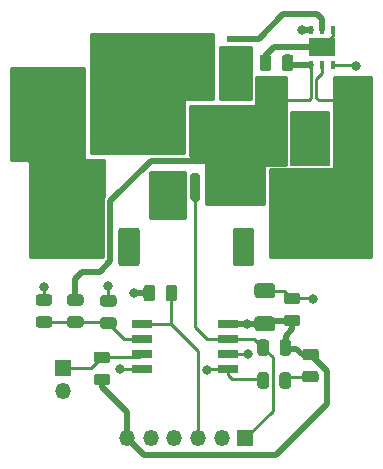
<source format=gbr>
%TF.GenerationSoftware,KiCad,Pcbnew,5.1.6+dfsg1-1*%
%TF.CreationDate,2021-02-01T07:44:42+01:00*%
%TF.ProjectId,buck_3a_v4,6275636b-5f33-4615-9f76-342e6b696361,rev?*%
%TF.SameCoordinates,Original*%
%TF.FileFunction,Copper,L1,Top*%
%TF.FilePolarity,Positive*%
%FSLAX46Y46*%
G04 Gerber Fmt 4.6, Leading zero omitted, Abs format (unit mm)*
G04 Created by KiCad (PCBNEW 5.1.6+dfsg1-1) date 2021-02-01 07:44:42*
%MOMM*%
%LPD*%
G01*
G04 APERTURE LIST*
%TA.AperFunction,SMDPad,CuDef*%
%ADD10R,0.420000X0.760000*%
%TD*%
%TA.AperFunction,SMDPad,CuDef*%
%ADD11R,2.300000X1.500000*%
%TD*%
%TA.AperFunction,SMDPad,CuDef*%
%ADD12R,1.400000X1.390000*%
%TD*%
%TA.AperFunction,SMDPad,CuDef*%
%ADD13R,4.860000X3.360000*%
%TD*%
%TA.AperFunction,SMDPad,CuDef*%
%ADD14R,2.700000X3.600000*%
%TD*%
%TA.AperFunction,ComponentPad*%
%ADD15C,4.000000*%
%TD*%
%TA.AperFunction,ComponentPad*%
%ADD16O,1.350000X1.350000*%
%TD*%
%TA.AperFunction,ComponentPad*%
%ADD17R,1.350000X1.350000*%
%TD*%
%TA.AperFunction,SMDPad,CuDef*%
%ADD18R,1.700000X0.650000*%
%TD*%
%TA.AperFunction,Conductor*%
%ADD19R,4.550000X4.410000*%
%TD*%
%TA.AperFunction,SMDPad,CuDef*%
%ADD20R,0.850000X0.500000*%
%TD*%
%TA.AperFunction,ViaPad*%
%ADD21C,0.800000*%
%TD*%
%TA.AperFunction,Conductor*%
%ADD22C,0.250000*%
%TD*%
%TA.AperFunction,Conductor*%
%ADD23C,0.500000*%
%TD*%
%TA.AperFunction,Conductor*%
%ADD24C,0.254000*%
%TD*%
%TA.AperFunction,Conductor*%
%ADD25C,0.200000*%
%TD*%
G04 APERTURE END LIST*
%TO.P,C4,2*%
%TO.N,GND*%
%TA.AperFunction,SMDPad,CuDef*%
G36*
G01*
X57271000Y-56625000D02*
X56021000Y-56625000D01*
G75*
G02*
X55771000Y-56375000I0J250000D01*
G01*
X55771000Y-55625000D01*
G75*
G02*
X56021000Y-55375000I250000J0D01*
G01*
X57271000Y-55375000D01*
G75*
G02*
X57521000Y-55625000I0J-250000D01*
G01*
X57521000Y-56375000D01*
G75*
G02*
X57271000Y-56625000I-250000J0D01*
G01*
G37*
%TD.AperFunction*%
%TO.P,C4,1*%
%TO.N,+5V*%
%TA.AperFunction,SMDPad,CuDef*%
G36*
G01*
X57271000Y-59425000D02*
X56021000Y-59425000D01*
G75*
G02*
X55771000Y-59175000I0J250000D01*
G01*
X55771000Y-58425000D01*
G75*
G02*
X56021000Y-58175000I250000J0D01*
G01*
X57271000Y-58175000D01*
G75*
G02*
X57521000Y-58425000I0J-250000D01*
G01*
X57521000Y-59175000D01*
G75*
G02*
X57271000Y-59425000I-250000J0D01*
G01*
G37*
%TD.AperFunction*%
%TD*%
D10*
%TO.P,U1,1*%
%TO.N,VCC*%
X60550000Y-36885000D03*
%TO.P,U1,2*%
%TO.N,Net-(C3-Pad1)*%
X61500000Y-36885000D03*
%TO.P,U1,3*%
%TO.N,/PWM*%
X62450000Y-36885000D03*
%TO.P,U1,4*%
%TO.N,GND*%
X62450000Y-33915000D03*
%TO.P,U1,5*%
%TO.N,Net-(Q1-Pad4)*%
X61500000Y-33915000D03*
%TO.P,U1,6*%
%TO.N,+5V*%
X60550000Y-33915000D03*
D11*
%TO.P,U1,7*%
%TO.N,GND*%
X61500000Y-35400000D03*
%TD*%
%TO.P,C3,2*%
%TO.N,GND*%
%TA.AperFunction,SMDPad,CuDef*%
G36*
G01*
X61975000Y-42475000D02*
X61975000Y-44625000D01*
G75*
G02*
X61725000Y-44875000I-250000J0D01*
G01*
X60975000Y-44875000D01*
G75*
G02*
X60725000Y-44625000I0J250000D01*
G01*
X60725000Y-42475000D01*
G75*
G02*
X60975000Y-42225000I250000J0D01*
G01*
X61725000Y-42225000D01*
G75*
G02*
X61975000Y-42475000I0J-250000D01*
G01*
G37*
%TD.AperFunction*%
%TO.P,C3,1*%
%TO.N,Net-(C3-Pad1)*%
%TA.AperFunction,SMDPad,CuDef*%
G36*
G01*
X64775000Y-42475000D02*
X64775000Y-44625000D01*
G75*
G02*
X64525000Y-44875000I-250000J0D01*
G01*
X63775000Y-44875000D01*
G75*
G02*
X63525000Y-44625000I0J250000D01*
G01*
X63525000Y-42475000D01*
G75*
G02*
X63775000Y-42225000I250000J0D01*
G01*
X64525000Y-42225000D01*
G75*
G02*
X64775000Y-42475000I0J-250000D01*
G01*
G37*
%TD.AperFunction*%
%TD*%
%TO.P,C1,2*%
%TO.N,GND*%
%TA.AperFunction,SMDPad,CuDef*%
G36*
G01*
X58925000Y-44625000D02*
X58925000Y-42475000D01*
G75*
G02*
X59175000Y-42225000I250000J0D01*
G01*
X59925000Y-42225000D01*
G75*
G02*
X60175000Y-42475000I0J-250000D01*
G01*
X60175000Y-44625000D01*
G75*
G02*
X59925000Y-44875000I-250000J0D01*
G01*
X59175000Y-44875000D01*
G75*
G02*
X58925000Y-44625000I0J250000D01*
G01*
G37*
%TD.AperFunction*%
%TO.P,C1,1*%
%TO.N,VCC*%
%TA.AperFunction,SMDPad,CuDef*%
G36*
G01*
X56125000Y-44625000D02*
X56125000Y-42475000D01*
G75*
G02*
X56375000Y-42225000I250000J0D01*
G01*
X57125000Y-42225000D01*
G75*
G02*
X57375000Y-42475000I0J-250000D01*
G01*
X57375000Y-44625000D01*
G75*
G02*
X57125000Y-44875000I-250000J0D01*
G01*
X56375000Y-44875000D01*
G75*
G02*
X56125000Y-44625000I0J250000D01*
G01*
G37*
%TD.AperFunction*%
%TD*%
D12*
%TO.P,D1,2*%
%TO.N,Net-(D1-Pad2)*%
X48638000Y-43320000D03*
X48638000Y-41480000D03*
D13*
%TO.P,D1,1*%
%TO.N,VCC*%
X52620000Y-42400000D03*
%TD*%
D14*
%TO.P,L1,2*%
%TO.N,Net-(D1-Pad2)*%
X45000000Y-39500000D03*
%TO.P,L1,1*%
%TO.N,Net-(J2-Pad1)*%
X36700000Y-39500000D03*
%TD*%
%TO.P,C6,2*%
%TO.N,GND*%
%TA.AperFunction,SMDPad,CuDef*%
G36*
G01*
X43856250Y-57350000D02*
X42943750Y-57350000D01*
G75*
G02*
X42700000Y-57106250I0J243750D01*
G01*
X42700000Y-56618750D01*
G75*
G02*
X42943750Y-56375000I243750J0D01*
G01*
X43856250Y-56375000D01*
G75*
G02*
X44100000Y-56618750I0J-243750D01*
G01*
X44100000Y-57106250D01*
G75*
G02*
X43856250Y-57350000I-243750J0D01*
G01*
G37*
%TD.AperFunction*%
%TO.P,C6,1*%
%TO.N,/VMESS*%
%TA.AperFunction,SMDPad,CuDef*%
G36*
G01*
X43856250Y-59225000D02*
X42943750Y-59225000D01*
G75*
G02*
X42700000Y-58981250I0J243750D01*
G01*
X42700000Y-58493750D01*
G75*
G02*
X42943750Y-58250000I243750J0D01*
G01*
X43856250Y-58250000D01*
G75*
G02*
X44100000Y-58493750I0J-243750D01*
G01*
X44100000Y-58981250D01*
G75*
G02*
X43856250Y-59225000I-243750J0D01*
G01*
G37*
%TD.AperFunction*%
%TD*%
D15*
%TO.P,J1,1*%
%TO.N,Net-(C3-Pad1)*%
X60000000Y-50000000D03*
%TD*%
%TO.P,J2,1*%
%TO.N,Net-(J2-Pad1)*%
X40000000Y-50000000D03*
%TD*%
%TO.P,J3,MP*%
%TO.N,N/C*%
%TA.AperFunction,SMDPad,CuDef*%
G36*
G01*
X46050000Y-50900000D02*
X46050000Y-53700000D01*
G75*
G02*
X45800000Y-53950000I-250000J0D01*
G01*
X44500000Y-53950000D01*
G75*
G02*
X44250000Y-53700000I0J250000D01*
G01*
X44250000Y-50900000D01*
G75*
G02*
X44500000Y-50650000I250000J0D01*
G01*
X45800000Y-50650000D01*
G75*
G02*
X46050000Y-50900000I0J-250000D01*
G01*
G37*
%TD.AperFunction*%
%TA.AperFunction,SMDPad,CuDef*%
G36*
G01*
X55750000Y-50900000D02*
X55750000Y-53700000D01*
G75*
G02*
X55500000Y-53950000I-250000J0D01*
G01*
X54200000Y-53950000D01*
G75*
G02*
X53950000Y-53700000I0J250000D01*
G01*
X53950000Y-50900000D01*
G75*
G02*
X54200000Y-50650000I250000J0D01*
G01*
X55500000Y-50650000D01*
G75*
G02*
X55750000Y-50900000I0J-250000D01*
G01*
G37*
%TD.AperFunction*%
%TO.P,J3,4*%
%TO.N,GND*%
%TA.AperFunction,SMDPad,CuDef*%
G36*
G01*
X48150000Y-46250000D02*
X48150000Y-48250000D01*
G75*
G02*
X47950000Y-48450000I-200000J0D01*
G01*
X47550000Y-48450000D01*
G75*
G02*
X47350000Y-48250000I0J200000D01*
G01*
X47350000Y-46250000D01*
G75*
G02*
X47550000Y-46050000I200000J0D01*
G01*
X47950000Y-46050000D01*
G75*
G02*
X48150000Y-46250000I0J-200000D01*
G01*
G37*
%TD.AperFunction*%
%TO.P,J3,3*%
%TA.AperFunction,SMDPad,CuDef*%
G36*
G01*
X49650000Y-46250000D02*
X49650000Y-48250000D01*
G75*
G02*
X49450000Y-48450000I-200000J0D01*
G01*
X49050000Y-48450000D01*
G75*
G02*
X48850000Y-48250000I0J200000D01*
G01*
X48850000Y-46250000D01*
G75*
G02*
X49050000Y-46050000I200000J0D01*
G01*
X49450000Y-46050000D01*
G75*
G02*
X49650000Y-46250000I0J-200000D01*
G01*
G37*
%TD.AperFunction*%
%TO.P,J3,2*%
%TO.N,/MODE*%
%TA.AperFunction,SMDPad,CuDef*%
G36*
G01*
X51150000Y-46250000D02*
X51150000Y-48250000D01*
G75*
G02*
X50950000Y-48450000I-200000J0D01*
G01*
X50550000Y-48450000D01*
G75*
G02*
X50350000Y-48250000I0J200000D01*
G01*
X50350000Y-46250000D01*
G75*
G02*
X50550000Y-46050000I200000J0D01*
G01*
X50950000Y-46050000D01*
G75*
G02*
X51150000Y-46250000I0J-200000D01*
G01*
G37*
%TD.AperFunction*%
%TO.P,J3,1*%
%TO.N,VCC*%
%TA.AperFunction,SMDPad,CuDef*%
G36*
G01*
X52650000Y-46250000D02*
X52650000Y-48250000D01*
G75*
G02*
X52450000Y-48450000I-200000J0D01*
G01*
X52050000Y-48450000D01*
G75*
G02*
X51850000Y-48250000I0J200000D01*
G01*
X51850000Y-46250000D01*
G75*
G02*
X52050000Y-46050000I200000J0D01*
G01*
X52450000Y-46050000D01*
G75*
G02*
X52650000Y-46250000I0J-200000D01*
G01*
G37*
%TD.AperFunction*%
%TD*%
D16*
%TO.P,J5,6*%
%TO.N,+5V*%
X44996000Y-68466000D03*
%TO.P,J5,5*%
%TO.N,GND*%
X46996000Y-68466000D03*
%TO.P,J5,4*%
%TO.N,/LED*%
X48996000Y-68466000D03*
%TO.P,J5,3*%
%TO.N,/RESET*%
X50996000Y-68466000D03*
%TO.P,J5,2*%
%TO.N,/PWM*%
X52996000Y-68466000D03*
D17*
%TO.P,J5,1*%
%TO.N,/MODE*%
X54996000Y-68466000D03*
%TD*%
D16*
%TO.P,J4,2*%
%TO.N,GND*%
X39596000Y-64516000D03*
D17*
%TO.P,J4,1*%
%TO.N,/TMESS*%
X39596000Y-62516000D03*
%TD*%
D18*
%TO.P,U2,8*%
%TO.N,+5V*%
X53546000Y-58811000D03*
%TO.P,U2,7*%
%TO.N,/MODE*%
X53546000Y-60081000D03*
%TO.P,U2,6*%
%TO.N,/PWM*%
X53546000Y-61351000D03*
%TO.P,U2,5*%
%TO.N,/LED*%
X53546000Y-62621000D03*
%TO.P,U2,4*%
%TO.N,GND*%
X46246000Y-62621000D03*
%TO.P,U2,3*%
%TO.N,/TMESS*%
X46246000Y-61351000D03*
%TO.P,U2,2*%
%TO.N,/VMESS*%
X46246000Y-60081000D03*
%TO.P,U2,1*%
%TO.N,/RESET*%
X46246000Y-58811000D03*
%TD*%
%TO.P,R7,2*%
%TO.N,/RESET*%
%TA.AperFunction,SMDPad,CuDef*%
G36*
G01*
X48250000Y-56656250D02*
X48250000Y-55743750D01*
G75*
G02*
X48493750Y-55500000I243750J0D01*
G01*
X48981250Y-55500000D01*
G75*
G02*
X49225000Y-55743750I0J-243750D01*
G01*
X49225000Y-56656250D01*
G75*
G02*
X48981250Y-56900000I-243750J0D01*
G01*
X48493750Y-56900000D01*
G75*
G02*
X48250000Y-56656250I0J243750D01*
G01*
G37*
%TD.AperFunction*%
%TO.P,R7,1*%
%TO.N,+5V*%
%TA.AperFunction,SMDPad,CuDef*%
G36*
G01*
X46375000Y-56656250D02*
X46375000Y-55743750D01*
G75*
G02*
X46618750Y-55500000I243750J0D01*
G01*
X47106250Y-55500000D01*
G75*
G02*
X47350000Y-55743750I0J-243750D01*
G01*
X47350000Y-56656250D01*
G75*
G02*
X47106250Y-56900000I-243750J0D01*
G01*
X46618750Y-56900000D01*
G75*
G02*
X46375000Y-56656250I0J243750D01*
G01*
G37*
%TD.AperFunction*%
%TD*%
%TO.P,R6,2*%
%TO.N,/TMESS*%
%TA.AperFunction,SMDPad,CuDef*%
G36*
G01*
X43302250Y-62128500D02*
X42389750Y-62128500D01*
G75*
G02*
X42146000Y-61884750I0J243750D01*
G01*
X42146000Y-61397250D01*
G75*
G02*
X42389750Y-61153500I243750J0D01*
G01*
X43302250Y-61153500D01*
G75*
G02*
X43546000Y-61397250I0J-243750D01*
G01*
X43546000Y-61884750D01*
G75*
G02*
X43302250Y-62128500I-243750J0D01*
G01*
G37*
%TD.AperFunction*%
%TO.P,R6,1*%
%TO.N,+5V*%
%TA.AperFunction,SMDPad,CuDef*%
G36*
G01*
X43302250Y-64003500D02*
X42389750Y-64003500D01*
G75*
G02*
X42146000Y-63759750I0J243750D01*
G01*
X42146000Y-63272250D01*
G75*
G02*
X42389750Y-63028500I243750J0D01*
G01*
X43302250Y-63028500D01*
G75*
G02*
X43546000Y-63272250I0J-243750D01*
G01*
X43546000Y-63759750D01*
G75*
G02*
X43302250Y-64003500I-243750J0D01*
G01*
G37*
%TD.AperFunction*%
%TD*%
%TO.P,R5,2*%
%TO.N,+5V*%
%TA.AperFunction,SMDPad,CuDef*%
G36*
G01*
X60956250Y-61887500D02*
X60043750Y-61887500D01*
G75*
G02*
X59800000Y-61643750I0J243750D01*
G01*
X59800000Y-61156250D01*
G75*
G02*
X60043750Y-60912500I243750J0D01*
G01*
X60956250Y-60912500D01*
G75*
G02*
X61200000Y-61156250I0J-243750D01*
G01*
X61200000Y-61643750D01*
G75*
G02*
X60956250Y-61887500I-243750J0D01*
G01*
G37*
%TD.AperFunction*%
%TO.P,R5,1*%
%TO.N,Net-(D2-Pad2)*%
%TA.AperFunction,SMDPad,CuDef*%
G36*
G01*
X60956250Y-63762500D02*
X60043750Y-63762500D01*
G75*
G02*
X59800000Y-63518750I0J243750D01*
G01*
X59800000Y-63031250D01*
G75*
G02*
X60043750Y-62787500I243750J0D01*
G01*
X60956250Y-62787500D01*
G75*
G02*
X61200000Y-63031250I0J-243750D01*
G01*
X61200000Y-63518750D01*
G75*
G02*
X60956250Y-63762500I-243750J0D01*
G01*
G37*
%TD.AperFunction*%
%TD*%
%TO.P,R4,2*%
%TO.N,GND*%
%TA.AperFunction,SMDPad,CuDef*%
G36*
G01*
X38402250Y-57266000D02*
X37489750Y-57266000D01*
G75*
G02*
X37246000Y-57022250I0J243750D01*
G01*
X37246000Y-56534750D01*
G75*
G02*
X37489750Y-56291000I243750J0D01*
G01*
X38402250Y-56291000D01*
G75*
G02*
X38646000Y-56534750I0J-243750D01*
G01*
X38646000Y-57022250D01*
G75*
G02*
X38402250Y-57266000I-243750J0D01*
G01*
G37*
%TD.AperFunction*%
%TO.P,R4,1*%
%TO.N,/VMESS*%
%TA.AperFunction,SMDPad,CuDef*%
G36*
G01*
X38402250Y-59141000D02*
X37489750Y-59141000D01*
G75*
G02*
X37246000Y-58897250I0J243750D01*
G01*
X37246000Y-58409750D01*
G75*
G02*
X37489750Y-58166000I243750J0D01*
G01*
X38402250Y-58166000D01*
G75*
G02*
X38646000Y-58409750I0J-243750D01*
G01*
X38646000Y-58897250D01*
G75*
G02*
X38402250Y-59141000I-243750J0D01*
G01*
G37*
%TD.AperFunction*%
%TD*%
%TO.P,R3,2*%
%TO.N,/VMESS*%
%TA.AperFunction,SMDPad,CuDef*%
G36*
G01*
X40139750Y-58166000D02*
X41052250Y-58166000D01*
G75*
G02*
X41296000Y-58409750I0J-243750D01*
G01*
X41296000Y-58897250D01*
G75*
G02*
X41052250Y-59141000I-243750J0D01*
G01*
X40139750Y-59141000D01*
G75*
G02*
X39896000Y-58897250I0J243750D01*
G01*
X39896000Y-58409750D01*
G75*
G02*
X40139750Y-58166000I243750J0D01*
G01*
G37*
%TD.AperFunction*%
%TO.P,R3,1*%
%TO.N,VCC*%
%TA.AperFunction,SMDPad,CuDef*%
G36*
G01*
X40139750Y-56291000D02*
X41052250Y-56291000D01*
G75*
G02*
X41296000Y-56534750I0J-243750D01*
G01*
X41296000Y-57022250D01*
G75*
G02*
X41052250Y-57266000I-243750J0D01*
G01*
X40139750Y-57266000D01*
G75*
G02*
X39896000Y-57022250I0J243750D01*
G01*
X39896000Y-56534750D01*
G75*
G02*
X40139750Y-56291000I243750J0D01*
G01*
G37*
%TD.AperFunction*%
%TD*%
%TO.P,R2,2*%
%TO.N,/MODE*%
%TA.AperFunction,SMDPad,CuDef*%
G36*
G01*
X56996000Y-60359750D02*
X56996000Y-61272250D01*
G75*
G02*
X56752250Y-61516000I-243750J0D01*
G01*
X56264750Y-61516000D01*
G75*
G02*
X56021000Y-61272250I0J243750D01*
G01*
X56021000Y-60359750D01*
G75*
G02*
X56264750Y-60116000I243750J0D01*
G01*
X56752250Y-60116000D01*
G75*
G02*
X56996000Y-60359750I0J-243750D01*
G01*
G37*
%TD.AperFunction*%
%TO.P,R2,1*%
%TO.N,+5V*%
%TA.AperFunction,SMDPad,CuDef*%
G36*
G01*
X58871000Y-60359750D02*
X58871000Y-61272250D01*
G75*
G02*
X58627250Y-61516000I-243750J0D01*
G01*
X58139750Y-61516000D01*
G75*
G02*
X57896000Y-61272250I0J243750D01*
G01*
X57896000Y-60359750D01*
G75*
G02*
X58139750Y-60116000I243750J0D01*
G01*
X58627250Y-60116000D01*
G75*
G02*
X58871000Y-60359750I0J-243750D01*
G01*
G37*
%TD.AperFunction*%
%TD*%
%TO.P,R1,2*%
%TO.N,VCC*%
%TA.AperFunction,SMDPad,CuDef*%
G36*
G01*
X58175000Y-38424999D02*
X58175000Y-41275001D01*
G75*
G02*
X57925001Y-41525000I-249999J0D01*
G01*
X57074999Y-41525000D01*
G75*
G02*
X56825000Y-41275001I0J249999D01*
G01*
X56825000Y-38424999D01*
G75*
G02*
X57074999Y-38175000I249999J0D01*
G01*
X57925001Y-38175000D01*
G75*
G02*
X58175000Y-38424999I0J-249999D01*
G01*
G37*
%TD.AperFunction*%
%TO.P,R1,1*%
%TO.N,Net-(C3-Pad1)*%
%TA.AperFunction,SMDPad,CuDef*%
G36*
G01*
X63975000Y-38424999D02*
X63975000Y-41275001D01*
G75*
G02*
X63725001Y-41525000I-249999J0D01*
G01*
X62874999Y-41525000D01*
G75*
G02*
X62625000Y-41275001I0J249999D01*
G01*
X62625000Y-38424999D01*
G75*
G02*
X62874999Y-38175000I249999J0D01*
G01*
X63725001Y-38175000D01*
G75*
G02*
X63975000Y-38424999I0J-249999D01*
G01*
G37*
%TD.AperFunction*%
%TD*%
D19*
%TO.N,Net-(D1-Pad2)*%
%TO.C,Q1*%
X49950000Y-36576000D03*
D20*
%TD*%
%TO.P,Q1,4*%
%TO.N,Net-(Q1-Pad4)*%
X53900000Y-34671000D03*
%TO.P,Q1,3*%
%TO.N,GND*%
X53900000Y-35941000D03*
%TO.P,Q1,2*%
X53900000Y-37211000D03*
%TO.P,Q1,1*%
X53900000Y-38481000D03*
%TD*%
%TO.P,D2,2*%
%TO.N,Net-(D2-Pad2)*%
%TA.AperFunction,SMDPad,CuDef*%
G36*
G01*
X57887500Y-64056250D02*
X57887500Y-63143750D01*
G75*
G02*
X58131250Y-62900000I243750J0D01*
G01*
X58618750Y-62900000D01*
G75*
G02*
X58862500Y-63143750I0J-243750D01*
G01*
X58862500Y-64056250D01*
G75*
G02*
X58618750Y-64300000I-243750J0D01*
G01*
X58131250Y-64300000D01*
G75*
G02*
X57887500Y-64056250I0J243750D01*
G01*
G37*
%TD.AperFunction*%
%TO.P,D2,1*%
%TO.N,/LED*%
%TA.AperFunction,SMDPad,CuDef*%
G36*
G01*
X56012500Y-64056250D02*
X56012500Y-63143750D01*
G75*
G02*
X56256250Y-62900000I243750J0D01*
G01*
X56743750Y-62900000D01*
G75*
G02*
X56987500Y-63143750I0J-243750D01*
G01*
X56987500Y-64056250D01*
G75*
G02*
X56743750Y-64300000I-243750J0D01*
G01*
X56256250Y-64300000D01*
G75*
G02*
X56012500Y-64056250I0J243750D01*
G01*
G37*
%TD.AperFunction*%
%TD*%
%TO.P,C5,2*%
%TO.N,GND*%
%TA.AperFunction,SMDPad,CuDef*%
G36*
G01*
X59402250Y-57128500D02*
X58489750Y-57128500D01*
G75*
G02*
X58246000Y-56884750I0J243750D01*
G01*
X58246000Y-56397250D01*
G75*
G02*
X58489750Y-56153500I243750J0D01*
G01*
X59402250Y-56153500D01*
G75*
G02*
X59646000Y-56397250I0J-243750D01*
G01*
X59646000Y-56884750D01*
G75*
G02*
X59402250Y-57128500I-243750J0D01*
G01*
G37*
%TD.AperFunction*%
%TO.P,C5,1*%
%TO.N,+5V*%
%TA.AperFunction,SMDPad,CuDef*%
G36*
G01*
X59402250Y-59003500D02*
X58489750Y-59003500D01*
G75*
G02*
X58246000Y-58759750I0J243750D01*
G01*
X58246000Y-58272250D01*
G75*
G02*
X58489750Y-58028500I243750J0D01*
G01*
X59402250Y-58028500D01*
G75*
G02*
X59646000Y-58272250I0J-243750D01*
G01*
X59646000Y-58759750D01*
G75*
G02*
X59402250Y-59003500I-243750J0D01*
G01*
G37*
%TD.AperFunction*%
%TD*%
%TO.P,C2,2*%
%TO.N,GND*%
%TA.AperFunction,SMDPad,CuDef*%
G36*
G01*
X57187500Y-36243750D02*
X57187500Y-37156250D01*
G75*
G02*
X56943750Y-37400000I-243750J0D01*
G01*
X56456250Y-37400000D01*
G75*
G02*
X56212500Y-37156250I0J243750D01*
G01*
X56212500Y-36243750D01*
G75*
G02*
X56456250Y-36000000I243750J0D01*
G01*
X56943750Y-36000000D01*
G75*
G02*
X57187500Y-36243750I0J-243750D01*
G01*
G37*
%TD.AperFunction*%
%TO.P,C2,1*%
%TO.N,VCC*%
%TA.AperFunction,SMDPad,CuDef*%
G36*
G01*
X59062500Y-36243750D02*
X59062500Y-37156250D01*
G75*
G02*
X58818750Y-37400000I-243750J0D01*
G01*
X58331250Y-37400000D01*
G75*
G02*
X58087500Y-37156250I0J243750D01*
G01*
X58087500Y-36243750D01*
G75*
G02*
X58331250Y-36000000I243750J0D01*
G01*
X58818750Y-36000000D01*
G75*
G02*
X59062500Y-36243750I0J-243750D01*
G01*
G37*
%TD.AperFunction*%
%TD*%
D21*
%TO.N,GND*%
X62200000Y-35400000D03*
X55100000Y-35900000D03*
X55100000Y-37000000D03*
X55100000Y-38000000D03*
X55100000Y-39000000D03*
X54200000Y-39400000D03*
X53200000Y-39400000D03*
X44421000Y-62621000D03*
X60700000Y-56700000D03*
X49400000Y-49200000D03*
X48400000Y-49200000D03*
X47400000Y-49200000D03*
X37946002Y-55653998D03*
X43400000Y-55600000D03*
X60900000Y-35400000D03*
X59250000Y-41350000D03*
X60450000Y-41350000D03*
X61550000Y-41350000D03*
%TO.N,+5V*%
X59762653Y-33962653D03*
X55100000Y-58800000D03*
X45600002Y-56200000D03*
%TO.N,/LED*%
X51721000Y-62700000D03*
%TO.N,/PWM*%
X55200000Y-61400000D03*
X64350010Y-36985453D03*
%TD*%
D22*
%TO.N,GND*%
X56400000Y-37000000D02*
X56700000Y-36700000D01*
X62450000Y-34450000D02*
X61500000Y-35400000D01*
X62450000Y-33915000D02*
X62450000Y-34450000D01*
X56700000Y-36700000D02*
X56700000Y-36100000D01*
X46246000Y-62621000D02*
X44421000Y-62621000D01*
X60641000Y-56641000D02*
X60700000Y-56700000D01*
X58946000Y-56641000D02*
X60641000Y-56641000D01*
X55238000Y-38862000D02*
X55100000Y-39000000D01*
X37946000Y-56778500D02*
X37946000Y-55654000D01*
X37946000Y-55654000D02*
X37946002Y-55653998D01*
X43400000Y-56862500D02*
X43400000Y-55600000D01*
D23*
X56700000Y-36100000D02*
X57400000Y-35400000D01*
X57400000Y-35400000D02*
X60900000Y-35400000D01*
D22*
X58305000Y-56000000D02*
X58946000Y-56641000D01*
X57324500Y-56000000D02*
X58305000Y-56000000D01*
%TO.N,VCC*%
X58600000Y-36725000D02*
X58575000Y-36700000D01*
X60500000Y-36935000D02*
X60550000Y-36885000D01*
D23*
X60535000Y-36900000D02*
X60550000Y-36885000D01*
X58775000Y-36900000D02*
X60535000Y-36900000D01*
X58575000Y-36700000D02*
X58775000Y-36900000D01*
X58800000Y-36925000D02*
X58600000Y-36725000D01*
X53316000Y-43784000D02*
X53316000Y-42164000D01*
D22*
X52100000Y-47100000D02*
X52250000Y-47250000D01*
D23*
X52100000Y-45000000D02*
X52100000Y-47100000D01*
X47000000Y-45000000D02*
X52100000Y-45000000D01*
X43574500Y-48425500D02*
X47000000Y-45000000D01*
X43574500Y-53525500D02*
X43574500Y-48425500D01*
X41200000Y-54400000D02*
X42700000Y-54400000D01*
X40596000Y-55004000D02*
X41200000Y-54400000D01*
X42700000Y-54400000D02*
X43574500Y-53525500D01*
X40596000Y-56778500D02*
X40596000Y-55004000D01*
D22*
X60350000Y-39850000D02*
X60550000Y-39650000D01*
X60550000Y-39650000D02*
X60550000Y-36885000D01*
X57500000Y-39850000D02*
X60350000Y-39850000D01*
%TO.N,Net-(C3-Pad1)*%
X61500000Y-37550000D02*
X61500000Y-36885000D01*
X61000010Y-38049990D02*
X61500000Y-37550000D01*
X61000010Y-39650010D02*
X61000010Y-38049990D01*
X61200000Y-39850000D02*
X61000010Y-39650010D01*
X63300000Y-39850000D02*
X61200000Y-39850000D01*
%TO.N,+5V*%
X59810306Y-33915000D02*
X59762653Y-33962653D01*
D23*
X60550000Y-33915000D02*
X59810306Y-33915000D01*
D22*
X53557000Y-58800000D02*
X53546000Y-58811000D01*
D23*
X55100000Y-58800000D02*
X53557000Y-58800000D01*
D22*
X56399500Y-58800000D02*
X56646000Y-58553500D01*
D23*
X55100000Y-58800000D02*
X56399500Y-58800000D01*
D22*
X58908500Y-58553500D02*
X58946000Y-58516000D01*
D23*
X59800000Y-61400000D02*
X59300000Y-60900000D01*
D22*
X60500000Y-61400000D02*
X59800000Y-61400000D01*
X58467500Y-60900000D02*
X58383500Y-60816000D01*
D23*
X59300000Y-60900000D02*
X58467500Y-60900000D01*
D22*
X58400000Y-60799500D02*
X58383500Y-60816000D01*
D23*
X58400000Y-59800000D02*
X58400000Y-60799500D01*
X58946000Y-59254000D02*
X58400000Y-59800000D01*
X58946000Y-58516000D02*
X58946000Y-59254000D01*
X42846000Y-63516000D02*
X42846000Y-64146000D01*
X44996000Y-66296000D02*
X44996000Y-68466000D01*
X42846000Y-64146000D02*
X44996000Y-66296000D01*
X46862500Y-56200000D02*
X45600002Y-56200000D01*
X46430000Y-69900000D02*
X44996000Y-68466000D01*
X57561106Y-69900000D02*
X46430000Y-69900000D01*
X61900000Y-65561106D02*
X57561106Y-69900000D01*
X61900000Y-62800000D02*
X61900000Y-65561106D01*
X60500000Y-61400000D02*
X61900000Y-62800000D01*
X56646000Y-58553500D02*
X58908500Y-58553500D01*
D22*
%TO.N,Net-(D2-Pad2)*%
X60475000Y-63300000D02*
X60500000Y-63275000D01*
X58675000Y-63300000D02*
X60475000Y-63300000D01*
X58375000Y-63600000D02*
X58675000Y-63300000D01*
%TO.N,/LED*%
X53546000Y-63146000D02*
X53546000Y-62621000D01*
X53900000Y-63500000D02*
X53546000Y-63146000D01*
X56121000Y-63500000D02*
X53900000Y-63500000D01*
X51800000Y-62621000D02*
X51721000Y-62700000D01*
X53546000Y-62621000D02*
X51800000Y-62621000D01*
%TO.N,/MODE*%
X50750000Y-47250000D02*
X50750000Y-59050000D01*
X51781000Y-60081000D02*
X53546000Y-60081000D01*
X50750000Y-59050000D02*
X51781000Y-60081000D01*
X55773500Y-60081000D02*
X56508500Y-60816000D01*
X53546000Y-60081000D02*
X55773500Y-60081000D01*
X56508500Y-60816000D02*
X57312510Y-61620010D01*
X57312510Y-61620010D02*
X57312510Y-66149490D01*
X57312510Y-66149490D02*
X54996000Y-68466000D01*
%TO.N,/TMESS*%
X45956000Y-61641000D02*
X46246000Y-61351000D01*
X42846000Y-61641000D02*
X45956000Y-61641000D01*
X41971000Y-62516000D02*
X42846000Y-61641000D01*
X39596000Y-62516000D02*
X41971000Y-62516000D01*
%TO.N,/RESET*%
X45988500Y-58553500D02*
X46246000Y-58811000D01*
X46246000Y-58811000D02*
X48189000Y-58811000D01*
X50996000Y-61128500D02*
X50996000Y-68466000D01*
X48678500Y-58811000D02*
X50996000Y-61128500D01*
X47811000Y-58811000D02*
X48678500Y-58811000D01*
X48737500Y-58752000D02*
X48678500Y-58811000D01*
X48737500Y-56200000D02*
X48737500Y-58752000D01*
%TO.N,/PWM*%
X55151000Y-61351000D02*
X55200000Y-61400000D01*
X53546000Y-61351000D02*
X55151000Y-61351000D01*
X62450000Y-36885000D02*
X64249557Y-36885000D01*
X64249557Y-36885000D02*
X64350010Y-36985453D01*
D23*
%TO.N,Net-(Q1-Pad4)*%
X61500000Y-33000000D02*
X61500000Y-33915000D01*
X61100000Y-32600000D02*
X61500000Y-33000000D01*
X58200000Y-32600000D02*
X61100000Y-32600000D01*
X56129000Y-34671000D02*
X58200000Y-32600000D01*
X54000000Y-34671000D02*
X56129000Y-34671000D01*
D22*
%TO.N,/VMESS*%
X37946000Y-58653500D02*
X40596000Y-58653500D01*
X43316000Y-58653500D02*
X43400000Y-58737500D01*
X40596000Y-58653500D02*
X43316000Y-58653500D01*
X44743500Y-60081000D02*
X46246000Y-60081000D01*
X43400000Y-58737500D02*
X44743500Y-60081000D01*
%TD*%
D24*
%TO.N,Net-(C3-Pad1)*%
G36*
X65673000Y-53173000D02*
G01*
X57127000Y-53173000D01*
X57127000Y-45727000D01*
X62350000Y-45727000D01*
X62374776Y-45724560D01*
X62398601Y-45717333D01*
X62420557Y-45705597D01*
X62439803Y-45689803D01*
X62455597Y-45670557D01*
X62467333Y-45648601D01*
X62474560Y-45624776D01*
X62477000Y-45600000D01*
X62477000Y-37927000D01*
X65673000Y-37927000D01*
X65673000Y-53173000D01*
G37*
X65673000Y-53173000D02*
X57127000Y-53173000D01*
X57127000Y-45727000D01*
X62350000Y-45727000D01*
X62374776Y-45724560D01*
X62398601Y-45717333D01*
X62420557Y-45705597D01*
X62439803Y-45689803D01*
X62455597Y-45670557D01*
X62467333Y-45648601D01*
X62474560Y-45624776D01*
X62477000Y-45600000D01*
X62477000Y-37927000D01*
X65673000Y-37927000D01*
X65673000Y-53173000D01*
%TO.N,GND*%
G36*
X55473000Y-39773000D02*
G01*
X52827000Y-39773000D01*
X52827000Y-35327000D01*
X55473000Y-35327000D01*
X55473000Y-39773000D01*
G37*
X55473000Y-39773000D02*
X52827000Y-39773000D01*
X52827000Y-35327000D01*
X55473000Y-35327000D01*
X55473000Y-39773000D01*
%TO.N,Net-(J2-Pad1)*%
G36*
X41373000Y-44800000D02*
G01*
X41375440Y-44824776D01*
X41382667Y-44848601D01*
X41394403Y-44870557D01*
X41410197Y-44889803D01*
X41429443Y-44905597D01*
X41451399Y-44917333D01*
X41475224Y-44924560D01*
X41500000Y-44927000D01*
X43073000Y-44927000D01*
X43073000Y-48041929D01*
X43047304Y-48073240D01*
X42988711Y-48182859D01*
X42952630Y-48301803D01*
X42940448Y-48425500D01*
X42943501Y-48456500D01*
X42943500Y-53173000D01*
X36727000Y-53173000D01*
X36727000Y-45100000D01*
X36724560Y-45075224D01*
X36717333Y-45051399D01*
X36705597Y-45029443D01*
X36689803Y-45010197D01*
X36670557Y-44994403D01*
X36648601Y-44982667D01*
X36624776Y-44975440D01*
X36600000Y-44973000D01*
X35127000Y-44973000D01*
X35127000Y-37127000D01*
X41373000Y-37127000D01*
X41373000Y-44800000D01*
G37*
X41373000Y-44800000D02*
X41375440Y-44824776D01*
X41382667Y-44848601D01*
X41394403Y-44870557D01*
X41410197Y-44889803D01*
X41429443Y-44905597D01*
X41451399Y-44917333D01*
X41475224Y-44924560D01*
X41500000Y-44927000D01*
X43073000Y-44927000D01*
X43073000Y-48041929D01*
X43047304Y-48073240D01*
X42988711Y-48182859D01*
X42952630Y-48301803D01*
X42940448Y-48425500D01*
X42943501Y-48456500D01*
X42943500Y-53173000D01*
X36727000Y-53173000D01*
X36727000Y-45100000D01*
X36724560Y-45075224D01*
X36717333Y-45051399D01*
X36705597Y-45029443D01*
X36689803Y-45010197D01*
X36670557Y-44994403D01*
X36648601Y-44982667D01*
X36624776Y-44975440D01*
X36600000Y-44973000D01*
X35127000Y-44973000D01*
X35127000Y-37127000D01*
X41373000Y-37127000D01*
X41373000Y-44800000D01*
%TO.N,Net-(D1-Pad2)*%
G36*
X52273000Y-39773000D02*
G01*
X49900000Y-39773000D01*
X49875224Y-39775440D01*
X49851399Y-39782667D01*
X49829443Y-39794403D01*
X49810197Y-39810197D01*
X49794403Y-39829443D01*
X49782667Y-39851399D01*
X49775440Y-39875224D01*
X49773000Y-39900000D01*
X49773000Y-44369000D01*
X47030998Y-44369000D01*
X47000000Y-44365947D01*
X46969002Y-44369000D01*
X46928389Y-44373000D01*
X41927000Y-44373000D01*
X41927000Y-34227000D01*
X52273000Y-34227000D01*
X52273000Y-39773000D01*
G37*
X52273000Y-39773000D02*
X49900000Y-39773000D01*
X49875224Y-39775440D01*
X49851399Y-39782667D01*
X49829443Y-39794403D01*
X49810197Y-39810197D01*
X49794403Y-39829443D01*
X49782667Y-39851399D01*
X49775440Y-39875224D01*
X49773000Y-39900000D01*
X49773000Y-44369000D01*
X47030998Y-44369000D01*
X47000000Y-44365947D01*
X46969002Y-44369000D01*
X46928389Y-44373000D01*
X41927000Y-44373000D01*
X41927000Y-34227000D01*
X52273000Y-34227000D01*
X52273000Y-39773000D01*
%TO.N,GND*%
G36*
X49873000Y-49873000D02*
G01*
X46927000Y-49873000D01*
X46927000Y-45965369D01*
X46965369Y-45927000D01*
X49873000Y-45927000D01*
X49873000Y-49873000D01*
G37*
X49873000Y-49873000D02*
X46927000Y-49873000D01*
X46927000Y-45965369D01*
X46965369Y-45927000D01*
X49873000Y-45927000D01*
X49873000Y-49873000D01*
%TO.N,VCC*%
G36*
X58423000Y-45323000D02*
G01*
X56700000Y-45323000D01*
X56675224Y-45325440D01*
X56651399Y-45332667D01*
X56629443Y-45344403D01*
X56610197Y-45360197D01*
X56594403Y-45379443D01*
X56582667Y-45401399D01*
X56575440Y-45425224D01*
X56573000Y-45450000D01*
X56573000Y-48672206D01*
X51689000Y-48641788D01*
X51689000Y-44704000D01*
X51686560Y-44679224D01*
X51679333Y-44655399D01*
X51667597Y-44633443D01*
X51651803Y-44614197D01*
X51632557Y-44598403D01*
X51610601Y-44586667D01*
X51586776Y-44579440D01*
X51562373Y-44577001D01*
X50327000Y-44573373D01*
X50327000Y-40327000D01*
X55800000Y-40327000D01*
X55824776Y-40324560D01*
X55848601Y-40317333D01*
X55870557Y-40305597D01*
X55889803Y-40289803D01*
X55905597Y-40270557D01*
X55917333Y-40248601D01*
X55924560Y-40224776D01*
X55927000Y-40200000D01*
X55927000Y-37927000D01*
X58423000Y-37927000D01*
X58423000Y-45323000D01*
G37*
X58423000Y-45323000D02*
X56700000Y-45323000D01*
X56675224Y-45325440D01*
X56651399Y-45332667D01*
X56629443Y-45344403D01*
X56610197Y-45360197D01*
X56594403Y-45379443D01*
X56582667Y-45401399D01*
X56575440Y-45425224D01*
X56573000Y-45450000D01*
X56573000Y-48672206D01*
X51689000Y-48641788D01*
X51689000Y-44704000D01*
X51686560Y-44679224D01*
X51679333Y-44655399D01*
X51667597Y-44633443D01*
X51651803Y-44614197D01*
X51632557Y-44598403D01*
X51610601Y-44586667D01*
X51586776Y-44579440D01*
X51562373Y-44577001D01*
X50327000Y-44573373D01*
X50327000Y-40327000D01*
X55800000Y-40327000D01*
X55824776Y-40324560D01*
X55848601Y-40317333D01*
X55870557Y-40305597D01*
X55889803Y-40289803D01*
X55905597Y-40270557D01*
X55917333Y-40248601D01*
X55924560Y-40224776D01*
X55927000Y-40200000D01*
X55927000Y-37927000D01*
X58423000Y-37927000D01*
X58423000Y-45323000D01*
D25*
%TO.N,GND*%
G36*
X62050000Y-45350000D02*
G01*
X58850000Y-45350000D01*
X58850000Y-40900000D01*
X62050000Y-40900000D01*
X62050000Y-45350000D01*
G37*
X62050000Y-45350000D02*
X58850000Y-45350000D01*
X58850000Y-40900000D01*
X62050000Y-40900000D01*
X62050000Y-45350000D01*
%TD*%
M02*

</source>
